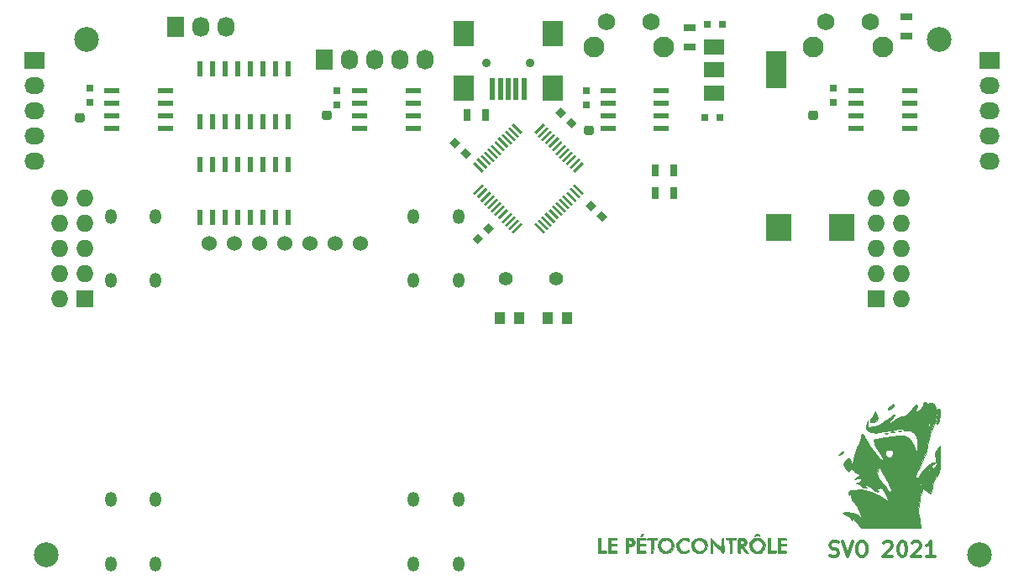
<source format=gts>
%TF.GenerationSoftware,KiCad,Pcbnew,(5.1.12)-1*%
%TF.CreationDate,2021-11-29T00:37:47+03:00*%
%TF.ProjectId,lepetocontrol,6c657065-746f-4636-9f6e-74726f6c2e6b,rev?*%
%TF.SameCoordinates,Original*%
%TF.FileFunction,Soldermask,Top*%
%TF.FilePolarity,Negative*%
%FSLAX46Y46*%
G04 Gerber Fmt 4.6, Leading zero omitted, Abs format (unit mm)*
G04 Created by KiCad (PCBNEW (5.1.12)-1) date 2021-11-29 00:37:47*
%MOMM*%
%LPD*%
G01*
G04 APERTURE LIST*
%ADD10C,0.300000*%
%ADD11C,0.010000*%
%ADD12O,1.727200X2.032000*%
%ADD13R,1.727200X2.032000*%
%ADD14R,0.600000X1.500000*%
%ADD15C,1.422400*%
%ADD16O,1.727200X1.727200*%
%ADD17R,1.727200X1.727200*%
%ADD18R,0.750000X0.800000*%
%ADD19C,0.100000*%
%ADD20R,0.800000X0.750000*%
%ADD21R,1.000000X1.250000*%
%ADD22R,1.300000X0.700000*%
%ADD23R,0.700000X1.300000*%
%ADD24C,0.899160*%
%ADD25R,1.998980X2.499360*%
%ADD26R,0.500380X2.301240*%
%ADD27O,1.200000X1.500000*%
%ADD28R,2.550000X2.700000*%
%ADD29C,1.524000*%
%ADD30C,2.500000*%
%ADD31R,2.000000X1.500000*%
%ADD32R,2.000000X3.800000*%
%ADD33C,2.100000*%
%ADD34C,1.750000*%
%ADD35O,2.032000X1.727200*%
%ADD36R,2.032000X1.727200*%
%ADD37R,1.550000X0.600000*%
G04 APERTURE END LIST*
D10*
X256969285Y-135100142D02*
X257183571Y-135171571D01*
X257540714Y-135171571D01*
X257683571Y-135100142D01*
X257755000Y-135028714D01*
X257826428Y-134885857D01*
X257826428Y-134743000D01*
X257755000Y-134600142D01*
X257683571Y-134528714D01*
X257540714Y-134457285D01*
X257255000Y-134385857D01*
X257112142Y-134314428D01*
X257040714Y-134243000D01*
X256969285Y-134100142D01*
X256969285Y-133957285D01*
X257040714Y-133814428D01*
X257112142Y-133743000D01*
X257255000Y-133671571D01*
X257612142Y-133671571D01*
X257826428Y-133743000D01*
X258255000Y-133671571D02*
X258755000Y-135171571D01*
X259255000Y-133671571D01*
X260040714Y-133671571D02*
X260326428Y-133671571D01*
X260469285Y-133743000D01*
X260612142Y-133885857D01*
X260683571Y-134171571D01*
X260683571Y-134671571D01*
X260612142Y-134957285D01*
X260469285Y-135100142D01*
X260326428Y-135171571D01*
X260040714Y-135171571D01*
X259897857Y-135100142D01*
X259755000Y-134957285D01*
X259683571Y-134671571D01*
X259683571Y-134171571D01*
X259755000Y-133885857D01*
X259897857Y-133743000D01*
X260040714Y-133671571D01*
X262397857Y-133814428D02*
X262469285Y-133743000D01*
X262612142Y-133671571D01*
X262969285Y-133671571D01*
X263112142Y-133743000D01*
X263183571Y-133814428D01*
X263255000Y-133957285D01*
X263255000Y-134100142D01*
X263183571Y-134314428D01*
X262326428Y-135171571D01*
X263255000Y-135171571D01*
X264183571Y-133671571D02*
X264326428Y-133671571D01*
X264469285Y-133743000D01*
X264540714Y-133814428D01*
X264612142Y-133957285D01*
X264683571Y-134243000D01*
X264683571Y-134600142D01*
X264612142Y-134885857D01*
X264540714Y-135028714D01*
X264469285Y-135100142D01*
X264326428Y-135171571D01*
X264183571Y-135171571D01*
X264040714Y-135100142D01*
X263969285Y-135028714D01*
X263897857Y-134885857D01*
X263826428Y-134600142D01*
X263826428Y-134243000D01*
X263897857Y-133957285D01*
X263969285Y-133814428D01*
X264040714Y-133743000D01*
X264183571Y-133671571D01*
X265255000Y-133814428D02*
X265326428Y-133743000D01*
X265469285Y-133671571D01*
X265826428Y-133671571D01*
X265969285Y-133743000D01*
X266040714Y-133814428D01*
X266112142Y-133957285D01*
X266112142Y-134100142D01*
X266040714Y-134314428D01*
X265183571Y-135171571D01*
X266112142Y-135171571D01*
X267540714Y-135171571D02*
X266683571Y-135171571D01*
X267112142Y-135171571D02*
X267112142Y-133671571D01*
X266969285Y-133885857D01*
X266826428Y-134028714D01*
X266683571Y-134100142D01*
D11*
G36*
X233864031Y-134602371D02*
G01*
X234140118Y-134602371D01*
X234298239Y-134605629D01*
X234380571Y-134622846D01*
X234411682Y-134665191D01*
X234416205Y-134727865D01*
X234411926Y-134790105D01*
X234385432Y-134827373D01*
X234316240Y-134846070D01*
X234183866Y-134852598D01*
X234014624Y-134853359D01*
X233613043Y-134853359D01*
X233613043Y-133297233D01*
X233864031Y-133297233D01*
X233864031Y-134602371D01*
G37*
X233864031Y-134602371D02*
X234140118Y-134602371D01*
X234298239Y-134605629D01*
X234380571Y-134622846D01*
X234411682Y-134665191D01*
X234416205Y-134727865D01*
X234411926Y-134790105D01*
X234385432Y-134827373D01*
X234316240Y-134846070D01*
X234183866Y-134852598D01*
X234014624Y-134853359D01*
X233613043Y-134853359D01*
X233613043Y-133297233D01*
X233864031Y-133297233D01*
X233864031Y-134602371D01*
G36*
X235251140Y-133299101D02*
G01*
X235377864Y-133307785D01*
X235443478Y-133327904D01*
X235467612Y-133364077D01*
X235470356Y-133397628D01*
X235459366Y-133453701D01*
X235411091Y-133484000D01*
X235302571Y-133496178D01*
X235169170Y-133498023D01*
X234867984Y-133498023D01*
X234867984Y-133899604D01*
X235169170Y-133899604D01*
X235337388Y-133903268D01*
X235428285Y-133919359D01*
X235464818Y-133955533D01*
X235470356Y-134000000D01*
X235459366Y-134056072D01*
X235411091Y-134086371D01*
X235302571Y-134098549D01*
X235169170Y-134100395D01*
X234867984Y-134100395D01*
X234867984Y-134602371D01*
X235169170Y-134602371D01*
X235336091Y-134605028D01*
X235426211Y-134619548D01*
X235463106Y-134655753D01*
X235470349Y-134723467D01*
X235470356Y-134727865D01*
X235466438Y-134788635D01*
X235441434Y-134825724D01*
X235375467Y-134844976D01*
X235248660Y-134852240D01*
X235043676Y-134853359D01*
X234616996Y-134853359D01*
X234616996Y-133297233D01*
X235043676Y-133297233D01*
X235251140Y-133299101D01*
G37*
X235251140Y-133299101D02*
X235377864Y-133307785D01*
X235443478Y-133327904D01*
X235467612Y-133364077D01*
X235470356Y-133397628D01*
X235459366Y-133453701D01*
X235411091Y-133484000D01*
X235302571Y-133496178D01*
X235169170Y-133498023D01*
X234867984Y-133498023D01*
X234867984Y-133899604D01*
X235169170Y-133899604D01*
X235337388Y-133903268D01*
X235428285Y-133919359D01*
X235464818Y-133955533D01*
X235470356Y-134000000D01*
X235459366Y-134056072D01*
X235411091Y-134086371D01*
X235302571Y-134098549D01*
X235169170Y-134100395D01*
X234867984Y-134100395D01*
X234867984Y-134602371D01*
X235169170Y-134602371D01*
X235336091Y-134605028D01*
X235426211Y-134619548D01*
X235463106Y-134655753D01*
X235470349Y-134723467D01*
X235470356Y-134727865D01*
X235466438Y-134788635D01*
X235441434Y-134825724D01*
X235375467Y-134844976D01*
X235248660Y-134852240D01*
X235043676Y-134853359D01*
X234616996Y-134853359D01*
X234616996Y-133297233D01*
X235043676Y-133297233D01*
X235251140Y-133299101D01*
G36*
X236745845Y-133326733D02*
G01*
X236938565Y-133333865D01*
X237059674Y-133354367D01*
X237137799Y-133395963D01*
X237185074Y-133445239D01*
X237252626Y-133585338D01*
X237277470Y-133750929D01*
X237234585Y-133939789D01*
X237113027Y-134073530D01*
X236923445Y-134142871D01*
X236818922Y-134150592D01*
X236624901Y-134150592D01*
X236624901Y-134501976D01*
X236622260Y-134686502D01*
X236610174Y-134792205D01*
X236582398Y-134840605D01*
X236532686Y-134853223D01*
X236522930Y-134853359D01*
X236428284Y-134825180D01*
X236395954Y-134788195D01*
X236387830Y-134716368D01*
X236382864Y-134564467D01*
X236381345Y-134352771D01*
X236383565Y-134101561D01*
X236384980Y-134022681D01*
X236390295Y-133757378D01*
X236624901Y-133757378D01*
X236631902Y-133882799D01*
X236666810Y-133937033D01*
X236750486Y-133949043D01*
X236762944Y-133949033D01*
X236890747Y-133933696D01*
X236967755Y-133905938D01*
X237012179Y-133827954D01*
X237017952Y-133720251D01*
X236985116Y-133612923D01*
X236898204Y-133558538D01*
X236839923Y-133544141D01*
X236714024Y-133526733D01*
X236650096Y-133554679D01*
X236627388Y-133648557D01*
X236624901Y-133757378D01*
X236390295Y-133757378D01*
X236399012Y-133322332D01*
X236745845Y-133326733D01*
G37*
X236745845Y-133326733D02*
X236938565Y-133333865D01*
X237059674Y-133354367D01*
X237137799Y-133395963D01*
X237185074Y-133445239D01*
X237252626Y-133585338D01*
X237277470Y-133750929D01*
X237234585Y-133939789D01*
X237113027Y-134073530D01*
X236923445Y-134142871D01*
X236818922Y-134150592D01*
X236624901Y-134150592D01*
X236624901Y-134501976D01*
X236622260Y-134686502D01*
X236610174Y-134792205D01*
X236582398Y-134840605D01*
X236532686Y-134853223D01*
X236522930Y-134853359D01*
X236428284Y-134825180D01*
X236395954Y-134788195D01*
X236387830Y-134716368D01*
X236382864Y-134564467D01*
X236381345Y-134352771D01*
X236383565Y-134101561D01*
X236384980Y-134022681D01*
X236390295Y-133757378D01*
X236624901Y-133757378D01*
X236631902Y-133882799D01*
X236666810Y-133937033D01*
X236750486Y-133949043D01*
X236762944Y-133949033D01*
X236890747Y-133933696D01*
X236967755Y-133905938D01*
X237012179Y-133827954D01*
X237017952Y-133720251D01*
X236985116Y-133612923D01*
X236898204Y-133558538D01*
X236839923Y-133544141D01*
X236714024Y-133526733D01*
X236650096Y-133554679D01*
X236627388Y-133648557D01*
X236624901Y-133757378D01*
X236390295Y-133757378D01*
X236399012Y-133322332D01*
X236745845Y-133326733D01*
G36*
X238162602Y-133299101D02*
G01*
X238289326Y-133307785D01*
X238354940Y-133327904D01*
X238379074Y-133364077D01*
X238381818Y-133397628D01*
X238370828Y-133453701D01*
X238322553Y-133484000D01*
X238214033Y-133496178D01*
X238080632Y-133498023D01*
X237779446Y-133498023D01*
X237779446Y-133899604D01*
X238080632Y-133899604D01*
X238248851Y-133903268D01*
X238339747Y-133919359D01*
X238376281Y-133955533D01*
X238381818Y-134000000D01*
X238370828Y-134056072D01*
X238322553Y-134086371D01*
X238214033Y-134098549D01*
X238080632Y-134100395D01*
X237779446Y-134100395D01*
X237779446Y-134602371D01*
X238080632Y-134602371D01*
X238247553Y-134605028D01*
X238337674Y-134619548D01*
X238374569Y-134655753D01*
X238381811Y-134723467D01*
X238381818Y-134727865D01*
X238377900Y-134788635D01*
X238352897Y-134825724D01*
X238286930Y-134844976D01*
X238160123Y-134852240D01*
X237955138Y-134853359D01*
X237528458Y-134853359D01*
X237528458Y-133297233D01*
X237955138Y-133297233D01*
X238162602Y-133299101D01*
G37*
X238162602Y-133299101D02*
X238289326Y-133307785D01*
X238354940Y-133327904D01*
X238379074Y-133364077D01*
X238381818Y-133397628D01*
X238370828Y-133453701D01*
X238322553Y-133484000D01*
X238214033Y-133496178D01*
X238080632Y-133498023D01*
X237779446Y-133498023D01*
X237779446Y-133899604D01*
X238080632Y-133899604D01*
X238248851Y-133903268D01*
X238339747Y-133919359D01*
X238376281Y-133955533D01*
X238381818Y-134000000D01*
X238370828Y-134056072D01*
X238322553Y-134086371D01*
X238214033Y-134098549D01*
X238080632Y-134100395D01*
X237779446Y-134100395D01*
X237779446Y-134602371D01*
X238080632Y-134602371D01*
X238247553Y-134605028D01*
X238337674Y-134619548D01*
X238374569Y-134655753D01*
X238381811Y-134723467D01*
X238381818Y-134727865D01*
X238377900Y-134788635D01*
X238352897Y-134825724D01*
X238286930Y-134844976D01*
X238160123Y-134852240D01*
X237955138Y-134853359D01*
X237528458Y-134853359D01*
X237528458Y-133297233D01*
X237955138Y-133297233D01*
X238162602Y-133299101D01*
G36*
X239403069Y-133304691D02*
G01*
X239487853Y-133316604D01*
X239526240Y-133341527D01*
X239536201Y-133382424D01*
X239536363Y-133392842D01*
X239514150Y-133462282D01*
X239430939Y-133497298D01*
X239348122Y-133507543D01*
X239159881Y-133523122D01*
X239145875Y-134188241D01*
X239139235Y-134457985D01*
X239130915Y-134643124D01*
X239118269Y-134759439D01*
X239098651Y-134822717D01*
X239069417Y-134848740D01*
X239034387Y-134853359D01*
X238994715Y-134846811D01*
X238966945Y-134816644D01*
X238948433Y-134747073D01*
X238936531Y-134622315D01*
X238928596Y-134426586D01*
X238922900Y-134188241D01*
X238908893Y-133523122D01*
X238692457Y-133507535D01*
X238554654Y-133489254D01*
X238496141Y-133453988D01*
X238492256Y-133407140D01*
X238513652Y-133367791D01*
X238571701Y-133341202D01*
X238684083Y-133324067D01*
X238868481Y-133313081D01*
X239022426Y-133308026D01*
X239253918Y-133302820D01*
X239403069Y-133304691D01*
G37*
X239403069Y-133304691D02*
X239487853Y-133316604D01*
X239526240Y-133341527D01*
X239536201Y-133382424D01*
X239536363Y-133392842D01*
X239514150Y-133462282D01*
X239430939Y-133497298D01*
X239348122Y-133507543D01*
X239159881Y-133523122D01*
X239145875Y-134188241D01*
X239139235Y-134457985D01*
X239130915Y-134643124D01*
X239118269Y-134759439D01*
X239098651Y-134822717D01*
X239069417Y-134848740D01*
X239034387Y-134853359D01*
X238994715Y-134846811D01*
X238966945Y-134816644D01*
X238948433Y-134747073D01*
X238936531Y-134622315D01*
X238928596Y-134426586D01*
X238922900Y-134188241D01*
X238908893Y-133523122D01*
X238692457Y-133507535D01*
X238554654Y-133489254D01*
X238496141Y-133453988D01*
X238492256Y-133407140D01*
X238513652Y-133367791D01*
X238571701Y-133341202D01*
X238684083Y-133324067D01*
X238868481Y-133313081D01*
X239022426Y-133308026D01*
X239253918Y-133302820D01*
X239403069Y-133304691D01*
G36*
X240697392Y-133328965D02*
G01*
X240821053Y-133392392D01*
X240841502Y-133405808D01*
X241020126Y-133573752D01*
X241151203Y-133791853D01*
X241219045Y-134026968D01*
X241217927Y-134201129D01*
X241132113Y-134436531D01*
X240972096Y-134644991D01*
X240787818Y-134779866D01*
X240575285Y-134843918D01*
X240331437Y-134849330D01*
X240100945Y-134798308D01*
X239985730Y-134740244D01*
X239787198Y-134552425D01*
X239667417Y-134323147D01*
X239638279Y-134143079D01*
X239882412Y-134143079D01*
X239950797Y-134354542D01*
X240086102Y-134526389D01*
X240214031Y-134607452D01*
X240399422Y-134637596D01*
X240602047Y-134591408D01*
X240786500Y-134478041D01*
X240813914Y-134452336D01*
X240917898Y-134325184D01*
X240961027Y-134190792D01*
X240966996Y-134075296D01*
X240927051Y-133858038D01*
X240820436Y-133692248D01*
X240666978Y-133580762D01*
X240486505Y-133526417D01*
X240298844Y-133532048D01*
X240123824Y-133600492D01*
X239981273Y-133734585D01*
X239894886Y-133921937D01*
X239882412Y-134143079D01*
X239638279Y-134143079D01*
X239626952Y-134073084D01*
X239666373Y-133822911D01*
X239786245Y-133593301D01*
X239949819Y-133431226D01*
X240129052Y-133349121D01*
X240376499Y-133308592D01*
X240563977Y-133304119D01*
X240697392Y-133328965D01*
G37*
X240697392Y-133328965D02*
X240821053Y-133392392D01*
X240841502Y-133405808D01*
X241020126Y-133573752D01*
X241151203Y-133791853D01*
X241219045Y-134026968D01*
X241217927Y-134201129D01*
X241132113Y-134436531D01*
X240972096Y-134644991D01*
X240787818Y-134779866D01*
X240575285Y-134843918D01*
X240331437Y-134849330D01*
X240100945Y-134798308D01*
X239985730Y-134740244D01*
X239787198Y-134552425D01*
X239667417Y-134323147D01*
X239638279Y-134143079D01*
X239882412Y-134143079D01*
X239950797Y-134354542D01*
X240086102Y-134526389D01*
X240214031Y-134607452D01*
X240399422Y-134637596D01*
X240602047Y-134591408D01*
X240786500Y-134478041D01*
X240813914Y-134452336D01*
X240917898Y-134325184D01*
X240961027Y-134190792D01*
X240966996Y-134075296D01*
X240927051Y-133858038D01*
X240820436Y-133692248D01*
X240666978Y-133580762D01*
X240486505Y-133526417D01*
X240298844Y-133532048D01*
X240123824Y-133600492D01*
X239981273Y-133734585D01*
X239894886Y-133921937D01*
X239882412Y-134143079D01*
X239638279Y-134143079D01*
X239626952Y-134073084D01*
X239666373Y-133822911D01*
X239786245Y-133593301D01*
X239949819Y-133431226D01*
X240129052Y-133349121D01*
X240376499Y-133308592D01*
X240563977Y-133304119D01*
X240697392Y-133328965D01*
G36*
X242590928Y-133352341D02*
G01*
X242708430Y-133415724D01*
X242748316Y-133508433D01*
X242749012Y-133528033D01*
X242738096Y-133618447D01*
X242691868Y-133639821D01*
X242590108Y-133596716D01*
X242548221Y-133573320D01*
X242336920Y-133504489D01*
X242123689Y-133522480D01*
X241933248Y-133617434D01*
X241790319Y-133779489D01*
X241740347Y-133895537D01*
X241713108Y-134137003D01*
X241776608Y-134351482D01*
X241924422Y-134522584D01*
X242007085Y-134575950D01*
X242159530Y-134633456D01*
X242323329Y-134636207D01*
X242525752Y-134582228D01*
X242661166Y-134528607D01*
X242732959Y-134525979D01*
X242758118Y-134581036D01*
X242740969Y-134664964D01*
X242685839Y-134748948D01*
X242621156Y-134795104D01*
X242424954Y-134844317D01*
X242188938Y-134847390D01*
X241961300Y-134806492D01*
X241845922Y-134760226D01*
X241696320Y-134640743D01*
X241566220Y-134468206D01*
X241554127Y-134446491D01*
X241465407Y-134191494D01*
X241465191Y-133946203D01*
X241541631Y-133723124D01*
X241682873Y-133534764D01*
X241877068Y-133393629D01*
X242112365Y-133312225D01*
X242376913Y-133303060D01*
X242590928Y-133352341D01*
G37*
X242590928Y-133352341D02*
X242708430Y-133415724D01*
X242748316Y-133508433D01*
X242749012Y-133528033D01*
X242738096Y-133618447D01*
X242691868Y-133639821D01*
X242590108Y-133596716D01*
X242548221Y-133573320D01*
X242336920Y-133504489D01*
X242123689Y-133522480D01*
X241933248Y-133617434D01*
X241790319Y-133779489D01*
X241740347Y-133895537D01*
X241713108Y-134137003D01*
X241776608Y-134351482D01*
X241924422Y-134522584D01*
X242007085Y-134575950D01*
X242159530Y-134633456D01*
X242323329Y-134636207D01*
X242525752Y-134582228D01*
X242661166Y-134528607D01*
X242732959Y-134525979D01*
X242758118Y-134581036D01*
X242740969Y-134664964D01*
X242685839Y-134748948D01*
X242621156Y-134795104D01*
X242424954Y-134844317D01*
X242188938Y-134847390D01*
X241961300Y-134806492D01*
X241845922Y-134760226D01*
X241696320Y-134640743D01*
X241566220Y-134468206D01*
X241554127Y-134446491D01*
X241465407Y-134191494D01*
X241465191Y-133946203D01*
X241541631Y-133723124D01*
X241682873Y-133534764D01*
X241877068Y-133393629D01*
X242112365Y-133312225D01*
X242376913Y-133303060D01*
X242590928Y-133352341D01*
G36*
X244147995Y-133376300D02*
G01*
X244205253Y-133410177D01*
X244411568Y-133583006D01*
X244531585Y-133771904D01*
X244579059Y-134001208D01*
X244581225Y-134075296D01*
X244551448Y-134320130D01*
X244452946Y-134517804D01*
X244271964Y-134692653D01*
X244205253Y-134740415D01*
X243992298Y-134830306D01*
X243743139Y-134851171D01*
X243495348Y-134802078D01*
X243400798Y-134760413D01*
X243196636Y-134602015D01*
X243063693Y-134395489D01*
X243001702Y-134161447D01*
X243004810Y-134075296D01*
X243250988Y-134075296D01*
X243292999Y-134306135D01*
X243406538Y-134485284D01*
X243572865Y-134601966D01*
X243773237Y-134645403D01*
X243988915Y-134604817D01*
X244086623Y-134555871D01*
X244242887Y-134409303D01*
X244324933Y-134222558D01*
X244335942Y-134019402D01*
X244279095Y-133823600D01*
X244157575Y-133658916D01*
X243974562Y-133549116D01*
X243950814Y-133541409D01*
X243722571Y-133518441D01*
X243521505Y-133582075D01*
X243365076Y-133718988D01*
X243270749Y-133915859D01*
X243250988Y-134075296D01*
X243004810Y-134075296D01*
X243010396Y-133920503D01*
X243089509Y-133693271D01*
X243238774Y-133500364D01*
X243418651Y-133379703D01*
X243664301Y-133307395D01*
X243919461Y-133306727D01*
X244147995Y-133376300D01*
G37*
X244147995Y-133376300D02*
X244205253Y-133410177D01*
X244411568Y-133583006D01*
X244531585Y-133771904D01*
X244579059Y-134001208D01*
X244581225Y-134075296D01*
X244551448Y-134320130D01*
X244452946Y-134517804D01*
X244271964Y-134692653D01*
X244205253Y-134740415D01*
X243992298Y-134830306D01*
X243743139Y-134851171D01*
X243495348Y-134802078D01*
X243400798Y-134760413D01*
X243196636Y-134602015D01*
X243063693Y-134395489D01*
X243001702Y-134161447D01*
X243004810Y-134075296D01*
X243250988Y-134075296D01*
X243292999Y-134306135D01*
X243406538Y-134485284D01*
X243572865Y-134601966D01*
X243773237Y-134645403D01*
X243988915Y-134604817D01*
X244086623Y-134555871D01*
X244242887Y-134409303D01*
X244324933Y-134222558D01*
X244335942Y-134019402D01*
X244279095Y-133823600D01*
X244157575Y-133658916D01*
X243974562Y-133549116D01*
X243950814Y-133541409D01*
X243722571Y-133518441D01*
X243521505Y-133582075D01*
X243365076Y-133718988D01*
X243270749Y-133915859D01*
X243250988Y-134075296D01*
X243004810Y-134075296D01*
X243010396Y-133920503D01*
X243089509Y-133693271D01*
X243238774Y-133500364D01*
X243418651Y-133379703D01*
X243664301Y-133307395D01*
X243919461Y-133306727D01*
X244147995Y-133376300D01*
G36*
X245434585Y-133782397D02*
G01*
X245623537Y-133961615D01*
X245783896Y-134118976D01*
X245902202Y-134240863D01*
X245964996Y-134313662D01*
X245971486Y-134325535D01*
X245977893Y-134300493D01*
X245987643Y-134193285D01*
X245999304Y-134022029D01*
X246009134Y-133849407D01*
X246023051Y-133613882D01*
X246037812Y-133461058D01*
X246057706Y-133373299D01*
X246087023Y-133332969D01*
X246130054Y-133322433D01*
X246137352Y-133322332D01*
X246175775Y-133327567D01*
X246203338Y-133353125D01*
X246222246Y-133413781D01*
X246234705Y-133524311D01*
X246242920Y-133699491D01*
X246249095Y-133954097D01*
X246251604Y-134087845D01*
X246254031Y-134352148D01*
X246251601Y-134576951D01*
X246244859Y-134745057D01*
X246234350Y-134839266D01*
X246227325Y-134853359D01*
X246180315Y-134819692D01*
X246075991Y-134726898D01*
X245927575Y-134587292D01*
X245748292Y-134413187D01*
X245648744Y-134314591D01*
X245108300Y-133775822D01*
X245108300Y-134314591D01*
X245107091Y-134552781D01*
X245101283Y-134708146D01*
X245087603Y-134798251D01*
X245062778Y-134840658D01*
X245023535Y-134852928D01*
X245007905Y-134853359D01*
X244969927Y-134848568D01*
X244942964Y-134824434D01*
X244925135Y-134766314D01*
X244914559Y-134659566D01*
X244909356Y-134489548D01*
X244907644Y-134241617D01*
X244907510Y-134071783D01*
X244907510Y-133290206D01*
X245434585Y-133782397D01*
G37*
X245434585Y-133782397D02*
X245623537Y-133961615D01*
X245783896Y-134118976D01*
X245902202Y-134240863D01*
X245964996Y-134313662D01*
X245971486Y-134325535D01*
X245977893Y-134300493D01*
X245987643Y-134193285D01*
X245999304Y-134022029D01*
X246009134Y-133849407D01*
X246023051Y-133613882D01*
X246037812Y-133461058D01*
X246057706Y-133373299D01*
X246087023Y-133332969D01*
X246130054Y-133322433D01*
X246137352Y-133322332D01*
X246175775Y-133327567D01*
X246203338Y-133353125D01*
X246222246Y-133413781D01*
X246234705Y-133524311D01*
X246242920Y-133699491D01*
X246249095Y-133954097D01*
X246251604Y-134087845D01*
X246254031Y-134352148D01*
X246251601Y-134576951D01*
X246244859Y-134745057D01*
X246234350Y-134839266D01*
X246227325Y-134853359D01*
X246180315Y-134819692D01*
X246075991Y-134726898D01*
X245927575Y-134587292D01*
X245748292Y-134413187D01*
X245648744Y-134314591D01*
X245108300Y-133775822D01*
X245108300Y-134314591D01*
X245107091Y-134552781D01*
X245101283Y-134708146D01*
X245087603Y-134798251D01*
X245062778Y-134840658D01*
X245023535Y-134852928D01*
X245007905Y-134853359D01*
X244969927Y-134848568D01*
X244942964Y-134824434D01*
X244925135Y-134766314D01*
X244914559Y-134659566D01*
X244909356Y-134489548D01*
X244907644Y-134241617D01*
X244907510Y-134071783D01*
X244907510Y-133290206D01*
X245434585Y-133782397D01*
G36*
X247194326Y-133298705D02*
G01*
X247340770Y-133305463D01*
X247423054Y-133321019D01*
X247459288Y-133348887D01*
X247467582Y-133392578D01*
X247467589Y-133394598D01*
X247444478Y-133463135D01*
X247358928Y-133497833D01*
X247279348Y-133507543D01*
X247091107Y-133523122D01*
X247077100Y-134188241D01*
X247070460Y-134457985D01*
X247062140Y-134643124D01*
X247049494Y-134759439D01*
X247029877Y-134822717D01*
X247000642Y-134848740D01*
X246965612Y-134853359D01*
X246925940Y-134846811D01*
X246898171Y-134816644D01*
X246879658Y-134747073D01*
X246867757Y-134622315D01*
X246859821Y-134426586D01*
X246854125Y-134188241D01*
X246840118Y-133523122D01*
X246651877Y-133507543D01*
X246523069Y-133484928D01*
X246469675Y-133436259D01*
X246463636Y-133394598D01*
X246471225Y-133350236D01*
X246506066Y-133321831D01*
X246586269Y-133305871D01*
X246729943Y-133298843D01*
X246955199Y-133297234D01*
X246965612Y-133297233D01*
X247194326Y-133298705D01*
G37*
X247194326Y-133298705D02*
X247340770Y-133305463D01*
X247423054Y-133321019D01*
X247459288Y-133348887D01*
X247467582Y-133392578D01*
X247467589Y-133394598D01*
X247444478Y-133463135D01*
X247358928Y-133497833D01*
X247279348Y-133507543D01*
X247091107Y-133523122D01*
X247077100Y-134188241D01*
X247070460Y-134457985D01*
X247062140Y-134643124D01*
X247049494Y-134759439D01*
X247029877Y-134822717D01*
X247000642Y-134848740D01*
X246965612Y-134853359D01*
X246925940Y-134846811D01*
X246898171Y-134816644D01*
X246879658Y-134747073D01*
X246867757Y-134622315D01*
X246859821Y-134426586D01*
X246854125Y-134188241D01*
X246840118Y-133523122D01*
X246651877Y-133507543D01*
X246523069Y-133484928D01*
X246469675Y-133436259D01*
X246463636Y-133394598D01*
X246471225Y-133350236D01*
X246506066Y-133321831D01*
X246586269Y-133305871D01*
X246729943Y-133298843D01*
X246955199Y-133297234D01*
X246965612Y-133297233D01*
X247194326Y-133298705D01*
G36*
X248007315Y-133327193D02*
G01*
X248229633Y-133343621D01*
X248372020Y-133387226D01*
X248416167Y-133418042D01*
X248513455Y-133563622D01*
X248542436Y-133738717D01*
X248506814Y-133911062D01*
X248410291Y-134048395D01*
X248338518Y-134094692D01*
X248210492Y-134153024D01*
X248341017Y-134327500D01*
X248462219Y-134489508D01*
X248587785Y-134657340D01*
X248602993Y-134677668D01*
X248734445Y-134853359D01*
X248603711Y-134853359D01*
X248523758Y-134835645D01*
X248436410Y-134772876D01*
X248325537Y-134650612D01*
X248208722Y-134499811D01*
X247944466Y-134146263D01*
X247929718Y-134499811D01*
X247918950Y-134685704D01*
X247901462Y-134792434D01*
X247870379Y-134841234D01*
X247818821Y-134853336D01*
X247815198Y-134853359D01*
X247721527Y-134824599D01*
X247690420Y-134788195D01*
X247682297Y-134716368D01*
X247677330Y-134564467D01*
X247675812Y-134352771D01*
X247678031Y-134101561D01*
X247679446Y-134022681D01*
X247684929Y-133749011D01*
X247919367Y-133749011D01*
X247925366Y-133877784D01*
X247957569Y-133935030D01*
X248037286Y-133949499D01*
X248068194Y-133949802D01*
X248212155Y-133913251D01*
X248270751Y-133849407D01*
X248297478Y-133715783D01*
X248240255Y-133608405D01*
X248115509Y-133551700D01*
X248068194Y-133548221D01*
X247972747Y-133556314D01*
X247930316Y-133599761D01*
X247919592Y-133707311D01*
X247919367Y-133749011D01*
X247684929Y-133749011D01*
X247693478Y-133322332D01*
X248007315Y-133327193D01*
G37*
X248007315Y-133327193D02*
X248229633Y-133343621D01*
X248372020Y-133387226D01*
X248416167Y-133418042D01*
X248513455Y-133563622D01*
X248542436Y-133738717D01*
X248506814Y-133911062D01*
X248410291Y-134048395D01*
X248338518Y-134094692D01*
X248210492Y-134153024D01*
X248341017Y-134327500D01*
X248462219Y-134489508D01*
X248587785Y-134657340D01*
X248602993Y-134677668D01*
X248734445Y-134853359D01*
X248603711Y-134853359D01*
X248523758Y-134835645D01*
X248436410Y-134772876D01*
X248325537Y-134650612D01*
X248208722Y-134499811D01*
X247944466Y-134146263D01*
X247929718Y-134499811D01*
X247918950Y-134685704D01*
X247901462Y-134792434D01*
X247870379Y-134841234D01*
X247818821Y-134853336D01*
X247815198Y-134853359D01*
X247721527Y-134824599D01*
X247690420Y-134788195D01*
X247682297Y-134716368D01*
X247677330Y-134564467D01*
X247675812Y-134352771D01*
X247678031Y-134101561D01*
X247679446Y-134022681D01*
X247684929Y-133749011D01*
X247919367Y-133749011D01*
X247925366Y-133877784D01*
X247957569Y-133935030D01*
X248037286Y-133949499D01*
X248068194Y-133949802D01*
X248212155Y-133913251D01*
X248270751Y-133849407D01*
X248297478Y-133715783D01*
X248240255Y-133608405D01*
X248115509Y-133551700D01*
X248068194Y-133548221D01*
X247972747Y-133556314D01*
X247930316Y-133599761D01*
X247919592Y-133707311D01*
X247919367Y-133749011D01*
X247684929Y-133749011D01*
X247693478Y-133322332D01*
X248007315Y-133327193D01*
G36*
X249871930Y-133337629D02*
G01*
X250017092Y-133397716D01*
X250215845Y-133559569D01*
X250358671Y-133776406D01*
X250426332Y-134016599D01*
X250429249Y-134075296D01*
X250387599Y-134296898D01*
X250277374Y-134519382D01*
X250120663Y-134700510D01*
X250089298Y-134725405D01*
X249919813Y-134802407D01*
X249698519Y-134839844D01*
X249466828Y-134835423D01*
X249266154Y-134786848D01*
X249235458Y-134772698D01*
X249034298Y-134618973D01*
X248900448Y-134411636D01*
X248835532Y-134173003D01*
X248836556Y-134128058D01*
X249082075Y-134128058D01*
X249145569Y-134343780D01*
X249287745Y-134514639D01*
X249319775Y-134537936D01*
X249520876Y-134634531D01*
X249714020Y-134638316D01*
X249878718Y-134576423D01*
X250035735Y-134444859D01*
X250143508Y-134256810D01*
X250178261Y-134075296D01*
X250132777Y-133864373D01*
X250011370Y-133682621D01*
X249836603Y-133552999D01*
X249631041Y-133498465D01*
X249610904Y-133498023D01*
X249444515Y-133540248D01*
X249278906Y-133648083D01*
X249150459Y-133793266D01*
X249105058Y-133890961D01*
X249082075Y-134128058D01*
X248836556Y-134128058D01*
X248841177Y-133925386D01*
X248919005Y-133691101D01*
X249070644Y-133492461D01*
X249138249Y-133437758D01*
X249358795Y-133336279D01*
X249616321Y-133302312D01*
X249871930Y-133337629D01*
G37*
X249871930Y-133337629D02*
X250017092Y-133397716D01*
X250215845Y-133559569D01*
X250358671Y-133776406D01*
X250426332Y-134016599D01*
X250429249Y-134075296D01*
X250387599Y-134296898D01*
X250277374Y-134519382D01*
X250120663Y-134700510D01*
X250089298Y-134725405D01*
X249919813Y-134802407D01*
X249698519Y-134839844D01*
X249466828Y-134835423D01*
X249266154Y-134786848D01*
X249235458Y-134772698D01*
X249034298Y-134618973D01*
X248900448Y-134411636D01*
X248835532Y-134173003D01*
X248836556Y-134128058D01*
X249082075Y-134128058D01*
X249145569Y-134343780D01*
X249287745Y-134514639D01*
X249319775Y-134537936D01*
X249520876Y-134634531D01*
X249714020Y-134638316D01*
X249878718Y-134576423D01*
X250035735Y-134444859D01*
X250143508Y-134256810D01*
X250178261Y-134075296D01*
X250132777Y-133864373D01*
X250011370Y-133682621D01*
X249836603Y-133552999D01*
X249631041Y-133498465D01*
X249610904Y-133498023D01*
X249444515Y-133540248D01*
X249278906Y-133648083D01*
X249150459Y-133793266D01*
X249105058Y-133890961D01*
X249082075Y-134128058D01*
X248836556Y-134128058D01*
X248841177Y-133925386D01*
X248919005Y-133691101D01*
X249070644Y-133492461D01*
X249138249Y-133437758D01*
X249358795Y-133336279D01*
X249616321Y-133302312D01*
X249871930Y-133337629D01*
G36*
X250843379Y-133306291D02*
G01*
X250889919Y-133317212D01*
X250922020Y-133345489D01*
X250942901Y-133407752D01*
X250955784Y-133520633D01*
X250963885Y-133700763D01*
X250970373Y-133962351D01*
X250984422Y-134602371D01*
X251262501Y-134602371D01*
X251420790Y-134605561D01*
X251501578Y-134621695D01*
X251527709Y-134660620D01*
X251524539Y-134715316D01*
X251508579Y-134772614D01*
X251466389Y-134807785D01*
X251376410Y-134827620D01*
X251217087Y-134838911D01*
X251119466Y-134842921D01*
X250730435Y-134857582D01*
X250730435Y-133290250D01*
X250843379Y-133306291D01*
G37*
X250843379Y-133306291D02*
X250889919Y-133317212D01*
X250922020Y-133345489D01*
X250942901Y-133407752D01*
X250955784Y-133520633D01*
X250963885Y-133700763D01*
X250970373Y-133962351D01*
X250984422Y-134602371D01*
X251262501Y-134602371D01*
X251420790Y-134605561D01*
X251501578Y-134621695D01*
X251527709Y-134660620D01*
X251524539Y-134715316D01*
X251508579Y-134772614D01*
X251466389Y-134807785D01*
X251376410Y-134827620D01*
X251217087Y-134838911D01*
X251119466Y-134842921D01*
X250730435Y-134857582D01*
X250730435Y-133290250D01*
X250843379Y-133306291D01*
G36*
X252147962Y-133307752D02*
G01*
X252356549Y-133318306D01*
X252484500Y-133335087D01*
X252551561Y-133362796D01*
X252577480Y-133406132D01*
X252578323Y-133410177D01*
X252574694Y-133459099D01*
X252526182Y-133485774D01*
X252411981Y-133496545D01*
X252290242Y-133498023D01*
X251985375Y-133498023D01*
X251985375Y-133899604D01*
X252286561Y-133899604D01*
X252454779Y-133903268D01*
X252545676Y-133919359D01*
X252582210Y-133955533D01*
X252587747Y-134000000D01*
X252576757Y-134056072D01*
X252528482Y-134086371D01*
X252419962Y-134098549D01*
X252286561Y-134100395D01*
X251985375Y-134100395D01*
X251985375Y-134597361D01*
X252274012Y-134612416D01*
X252438658Y-134625516D01*
X252526007Y-134648965D01*
X252559154Y-134692001D01*
X252562648Y-134727865D01*
X252553645Y-134777671D01*
X252513426Y-134809042D01*
X252422176Y-134827479D01*
X252260080Y-134838484D01*
X252148518Y-134842840D01*
X251734387Y-134857420D01*
X251734387Y-133293173D01*
X252147962Y-133307752D01*
G37*
X252147962Y-133307752D02*
X252356549Y-133318306D01*
X252484500Y-133335087D01*
X252551561Y-133362796D01*
X252577480Y-133406132D01*
X252578323Y-133410177D01*
X252574694Y-133459099D01*
X252526182Y-133485774D01*
X252411981Y-133496545D01*
X252290242Y-133498023D01*
X251985375Y-133498023D01*
X251985375Y-133899604D01*
X252286561Y-133899604D01*
X252454779Y-133903268D01*
X252545676Y-133919359D01*
X252582210Y-133955533D01*
X252587747Y-134000000D01*
X252576757Y-134056072D01*
X252528482Y-134086371D01*
X252419962Y-134098549D01*
X252286561Y-134100395D01*
X251985375Y-134100395D01*
X251985375Y-134597361D01*
X252274012Y-134612416D01*
X252438658Y-134625516D01*
X252526007Y-134648965D01*
X252559154Y-134692001D01*
X252562648Y-134727865D01*
X252553645Y-134777671D01*
X252513426Y-134809042D01*
X252422176Y-134827479D01*
X252260080Y-134838484D01*
X252148518Y-134842840D01*
X251734387Y-134857420D01*
X251734387Y-133293173D01*
X252147962Y-133307752D01*
G36*
X238160077Y-132900447D02*
G01*
X238160861Y-132929744D01*
X238094918Y-133005914D01*
X238080632Y-133021146D01*
X237981795Y-133106824D01*
X237900036Y-133146336D01*
X237895033Y-133146640D01*
X237858354Y-133128656D01*
X237884204Y-133061570D01*
X237909557Y-133021146D01*
X238001556Y-132930143D01*
X238095156Y-132895652D01*
X238160077Y-132900447D01*
G37*
X238160077Y-132900447D02*
X238160861Y-132929744D01*
X238094918Y-133005914D01*
X238080632Y-133021146D01*
X237981795Y-133106824D01*
X237900036Y-133146336D01*
X237895033Y-133146640D01*
X237858354Y-133128656D01*
X237884204Y-133061570D01*
X237909557Y-133021146D01*
X238001556Y-132930143D01*
X238095156Y-132895652D01*
X238160077Y-132900447D01*
G36*
X249782399Y-132956732D02*
G01*
X249818281Y-133000935D01*
X249863045Y-133100087D01*
X249835601Y-133131422D01*
X249740614Y-133091699D01*
X249712824Y-133074223D01*
X249619454Y-133022983D01*
X249562384Y-133033277D01*
X249526630Y-133070213D01*
X249439890Y-133134691D01*
X249391708Y-133146640D01*
X249352916Y-133130549D01*
X249378183Y-133069186D01*
X249410403Y-133022723D01*
X249528844Y-132923330D01*
X249663356Y-132900772D01*
X249782399Y-132956732D01*
G37*
X249782399Y-132956732D02*
X249818281Y-133000935D01*
X249863045Y-133100087D01*
X249835601Y-133131422D01*
X249740614Y-133091699D01*
X249712824Y-133074223D01*
X249619454Y-133022983D01*
X249562384Y-133033277D01*
X249526630Y-133070213D01*
X249439890Y-133134691D01*
X249391708Y-133146640D01*
X249352916Y-133130549D01*
X249378183Y-133069186D01*
X249410403Y-133022723D01*
X249528844Y-132923330D01*
X249663356Y-132900772D01*
X249782399Y-132956732D01*
G36*
X266674281Y-119714482D02*
G01*
X266701944Y-119792750D01*
X266733829Y-119877221D01*
X266811557Y-119781638D01*
X267008168Y-119665590D01*
X267222362Y-119654638D01*
X267450373Y-119750677D01*
X267574439Y-120002106D01*
X267604031Y-120142000D01*
X267658031Y-120388937D01*
X267694590Y-120449993D01*
X267699281Y-120427750D01*
X267818650Y-120288313D01*
X267915996Y-120268999D01*
X268036581Y-120319515D01*
X268082661Y-120508864D01*
X268070401Y-120872249D01*
X267998435Y-121400119D01*
X267874664Y-121699676D01*
X267692954Y-121793000D01*
X267638403Y-121722355D01*
X267712456Y-121606770D01*
X267814967Y-121372576D01*
X267806644Y-121257520D01*
X267728477Y-121243204D01*
X267614882Y-121433005D01*
X267597561Y-121475500D01*
X267444474Y-121842981D01*
X267253093Y-122272095D01*
X267210114Y-122364500D01*
X267044623Y-122816308D01*
X266916546Y-123338569D01*
X266889624Y-123507500D01*
X266779921Y-124079334D01*
X266600209Y-124723726D01*
X266377465Y-125364961D01*
X266138669Y-125927325D01*
X265910800Y-126335102D01*
X265856645Y-126406494D01*
X265642570Y-126739391D01*
X265563957Y-127029147D01*
X265628502Y-127216006D01*
X265747500Y-127254000D01*
X265916459Y-127182370D01*
X265938000Y-127121227D01*
X266019219Y-126944945D01*
X266215469Y-126702252D01*
X266223750Y-126693654D01*
X266400520Y-126492000D01*
X266827000Y-126492000D01*
X266923643Y-126615309D01*
X266954000Y-126619000D01*
X267077309Y-126522356D01*
X267081000Y-126492000D01*
X266984356Y-126368690D01*
X266954000Y-126365000D01*
X266830690Y-126461643D01*
X266827000Y-126492000D01*
X266400520Y-126492000D01*
X266469369Y-126413460D01*
X266637370Y-126180240D01*
X266801045Y-126013808D01*
X267056555Y-125851787D01*
X267325005Y-125730995D01*
X267527499Y-125688253D01*
X267589000Y-125736130D01*
X267486042Y-125843394D01*
X267398500Y-125857000D01*
X267243357Y-125962879D01*
X267208000Y-126111000D01*
X267265687Y-126327941D01*
X267407058Y-126329680D01*
X267584578Y-126118493D01*
X267599023Y-126092271D01*
X267679805Y-125814080D01*
X267631977Y-125451395D01*
X267594765Y-125318163D01*
X267511878Y-124966951D01*
X267537276Y-124748185D01*
X267637087Y-124604030D01*
X267837074Y-124315222D01*
X267955263Y-124076388D01*
X268012420Y-123991935D01*
X268051362Y-124090067D01*
X268074924Y-124392679D01*
X268085938Y-124921667D01*
X268087077Y-125095000D01*
X268083013Y-125736167D01*
X268052266Y-126194398D01*
X267977516Y-126540582D01*
X267841443Y-126845609D01*
X267626725Y-127180371D01*
X267551445Y-127287269D01*
X267378735Y-127634880D01*
X267261517Y-128055020D01*
X267254868Y-128097817D01*
X267182826Y-128554206D01*
X267106768Y-128786598D01*
X266994216Y-128823397D01*
X266812689Y-128693006D01*
X266697572Y-128585174D01*
X266454984Y-128373761D01*
X266298895Y-128276831D01*
X266277023Y-128279258D01*
X266232124Y-128420153D01*
X266151252Y-128748465D01*
X266049241Y-129202745D01*
X266011112Y-129380959D01*
X265898944Y-129980960D01*
X265857615Y-130430950D01*
X265882542Y-130823458D01*
X265927413Y-131069960D01*
X266008493Y-131508208D01*
X266057922Y-131891417D01*
X266065000Y-132022751D01*
X266065000Y-132334000D01*
X260122312Y-132334000D01*
X259728156Y-131885080D01*
X259491057Y-131586336D01*
X259345617Y-131348084D01*
X259325073Y-131281830D01*
X259279669Y-131254140D01*
X259207000Y-131381500D01*
X259123077Y-131540632D01*
X259091615Y-131468291D01*
X259088926Y-131421470D01*
X258968798Y-131231332D01*
X258673415Y-131060863D01*
X258642261Y-131049152D01*
X258377150Y-130918950D01*
X258271510Y-130795703D01*
X258277534Y-130772729D01*
X258451302Y-130704086D01*
X258779464Y-130711223D01*
X259179338Y-130778752D01*
X259568242Y-130891288D01*
X259863495Y-131033445D01*
X259920222Y-131078413D01*
X260188945Y-131330283D01*
X260047897Y-130879641D01*
X259933287Y-130587224D01*
X259828596Y-130435121D01*
X259810924Y-130429000D01*
X259727358Y-130324867D01*
X259715000Y-130225027D01*
X259622035Y-130008040D01*
X259398415Y-129772030D01*
X259397500Y-129771310D01*
X259149022Y-129470181D01*
X259071073Y-129054532D01*
X259055285Y-128776151D01*
X259014378Y-128727466D01*
X258953000Y-128841500D01*
X258868910Y-129015058D01*
X258840613Y-128947779D01*
X258834926Y-128815504D01*
X258882549Y-128612495D01*
X259085065Y-128495740D01*
X259282119Y-128449940D01*
X260168152Y-128411694D01*
X261089715Y-128617872D01*
X262030480Y-129064249D01*
X262290178Y-129228412D01*
X262769856Y-129548037D01*
X262684408Y-129194768D01*
X262563679Y-128857724D01*
X262389742Y-128545024D01*
X262205973Y-128316238D01*
X262055751Y-128230935D01*
X262005593Y-128262567D01*
X261829636Y-128343623D01*
X261673346Y-128320715D01*
X261512243Y-128272310D01*
X261547370Y-128327635D01*
X261683500Y-128439375D01*
X261837282Y-128590223D01*
X261781193Y-128643422D01*
X261747000Y-128645016D01*
X261557953Y-128607853D01*
X261367873Y-128523172D01*
X261257284Y-128436513D01*
X261302500Y-128393621D01*
X261290755Y-128341967D01*
X261123235Y-128225169D01*
X260874640Y-128084843D01*
X260619669Y-127962602D01*
X260433022Y-127900062D01*
X260413500Y-127898362D01*
X260400718Y-127958860D01*
X260533023Y-128083539D01*
X260701349Y-128222818D01*
X260657838Y-128266556D01*
X260507584Y-128270000D01*
X260242705Y-128195327D01*
X260134060Y-128093656D01*
X259933237Y-127916669D01*
X259778500Y-127853118D01*
X259605299Y-127798284D01*
X259663748Y-127746083D01*
X259801464Y-127699446D01*
X260049982Y-127557935D01*
X260145077Y-127436287D01*
X260133005Y-127324504D01*
X259940593Y-127312375D01*
X259804613Y-127332276D01*
X259397500Y-127401947D01*
X259679766Y-127169333D01*
X260519333Y-127169333D01*
X260536766Y-127244834D01*
X260604000Y-127254000D01*
X260708535Y-127207532D01*
X260688666Y-127169333D01*
X260537947Y-127154133D01*
X260519333Y-127169333D01*
X259679766Y-127169333D01*
X259715000Y-127140297D01*
X259884102Y-126965772D01*
X259885688Y-126878121D01*
X259867977Y-126875823D01*
X259712807Y-126808035D01*
X261735195Y-126808035D01*
X261871086Y-127288232D01*
X262244791Y-127766759D01*
X262541043Y-128091480D01*
X262758729Y-128387467D01*
X262824849Y-128518800D01*
X262953360Y-128743114D01*
X263080634Y-128740556D01*
X263142576Y-128516477D01*
X263142808Y-128492250D01*
X263078408Y-128234022D01*
X262912582Y-127855621D01*
X262903907Y-127839804D01*
X265981655Y-127839804D01*
X266001500Y-127889000D01*
X266115623Y-128010155D01*
X266135995Y-128016000D01*
X266190543Y-127917741D01*
X266192000Y-127889000D01*
X266094368Y-127766880D01*
X266057504Y-127762000D01*
X265981655Y-127839804D01*
X262903907Y-127839804D01*
X262730058Y-127522846D01*
X262472049Y-127086711D01*
X262237249Y-126677198D01*
X262116546Y-126457612D01*
X261973058Y-126221051D01*
X261884678Y-126194901D01*
X261830796Y-126294403D01*
X261735195Y-126808035D01*
X259712807Y-126808035D01*
X259672320Y-126790348D01*
X259416916Y-126586026D01*
X259393702Y-126563247D01*
X259177436Y-126367828D01*
X259054050Y-126346279D01*
X258956532Y-126467997D01*
X258851377Y-126593747D01*
X258732743Y-126545770D01*
X258576381Y-126365000D01*
X258357383Y-125990617D01*
X258369117Y-125676732D01*
X258579753Y-125405483D01*
X258782757Y-125253386D01*
X258904882Y-125281586D01*
X258958808Y-125354049D01*
X259064288Y-125605768D01*
X259078055Y-125698250D01*
X259144201Y-125846032D01*
X259181204Y-125857000D01*
X259251812Y-125742158D01*
X259339742Y-125441043D01*
X259425991Y-125018770D01*
X259426207Y-125017512D01*
X259563843Y-124440310D01*
X259743624Y-124019721D01*
X259833002Y-123898077D01*
X260038934Y-123534888D01*
X260096000Y-123213564D01*
X260134061Y-122900158D01*
X260237466Y-122829723D01*
X260390046Y-123004664D01*
X260467803Y-123158250D01*
X260666312Y-123529932D01*
X260952682Y-123988924D01*
X261278024Y-124464813D01*
X261593449Y-124887186D01*
X261850068Y-125185630D01*
X261920791Y-125250926D01*
X262182344Y-125422870D01*
X262362118Y-125474996D01*
X262410461Y-125406945D01*
X262310601Y-125253750D01*
X261998553Y-124849672D01*
X261858500Y-124624850D01*
X262532002Y-124624850D01*
X262580337Y-124937238D01*
X262801193Y-125152587D01*
X263069386Y-125196378D01*
X263267341Y-125099439D01*
X263333285Y-124842322D01*
X263334500Y-124777500D01*
X263302977Y-124507596D01*
X263154670Y-124408123D01*
X262955239Y-124396500D01*
X262645044Y-124457315D01*
X262532002Y-124624850D01*
X261858500Y-124624850D01*
X261706765Y-124381276D01*
X261489784Y-123942692D01*
X261411187Y-123701686D01*
X261384197Y-123553298D01*
X261396159Y-123444440D01*
X261483008Y-123362248D01*
X261680676Y-123293858D01*
X262025099Y-123226404D01*
X262552210Y-123147023D01*
X263221884Y-123053444D01*
X263778791Y-122980709D01*
X264151917Y-122951708D01*
X264408278Y-122969975D01*
X264614892Y-123039047D01*
X264794781Y-123136417D01*
X265128332Y-123420292D01*
X265356853Y-123851201D01*
X265402148Y-123983750D01*
X265530587Y-124329968D01*
X265646779Y-124548154D01*
X265694540Y-124587000D01*
X265761580Y-124474551D01*
X265790319Y-124189205D01*
X265782050Y-123808959D01*
X265738060Y-123411810D01*
X265670081Y-123107871D01*
X265441068Y-122746829D01*
X265068257Y-122508089D01*
X264646380Y-122445659D01*
X264541706Y-122464613D01*
X264369281Y-122473225D01*
X264357819Y-122416156D01*
X264522710Y-122330986D01*
X264822798Y-122284237D01*
X264834245Y-122283704D01*
X265039546Y-122261029D01*
X265022232Y-122226666D01*
X264985500Y-122218542D01*
X264769738Y-122222478D01*
X264359919Y-122267239D01*
X263811391Y-122345557D01*
X263179503Y-122450166D01*
X263061736Y-122471127D01*
X262359757Y-122592983D01*
X261857093Y-122666292D01*
X261504393Y-122694278D01*
X261252306Y-122680162D01*
X261051479Y-122627170D01*
X260997986Y-122605920D01*
X260711007Y-122431048D01*
X260610033Y-122185195D01*
X260609577Y-122174000D01*
X266848585Y-122174000D01*
X266854903Y-122384603D01*
X266899454Y-122357489D01*
X266954000Y-122237500D01*
X267034142Y-121920241D01*
X267059414Y-121602500D01*
X267052293Y-121350190D01*
X267023216Y-121338231D01*
X266954000Y-121539000D01*
X266871073Y-121921135D01*
X266848585Y-122174000D01*
X260609577Y-122174000D01*
X260605944Y-122084880D01*
X260650741Y-121750201D01*
X260732767Y-121539000D01*
X260803558Y-121480869D01*
X260797573Y-121649384D01*
X260774184Y-121782565D01*
X260733009Y-122065472D01*
X260779599Y-122155861D01*
X260933111Y-122110662D01*
X261240308Y-122037765D01*
X261552605Y-122022919D01*
X261987882Y-121926175D01*
X262251105Y-121746395D01*
X262557667Y-121484196D01*
X262939950Y-121181085D01*
X263069932Y-121083092D01*
X263354783Y-120881238D01*
X263472982Y-120830379D01*
X263455151Y-120921520D01*
X263426115Y-120978465D01*
X263225762Y-121265160D01*
X263088832Y-121405084D01*
X262958893Y-121586396D01*
X262963649Y-121682422D01*
X263092170Y-121677150D01*
X263339935Y-121535321D01*
X263499187Y-121414032D01*
X263831951Y-121183319D01*
X264130929Y-121046863D01*
X264224177Y-121031000D01*
X264623619Y-120916188D01*
X264638676Y-120904000D01*
X267081000Y-120904000D01*
X267127467Y-121008535D01*
X267165666Y-120988666D01*
X267173448Y-120911495D01*
X267589000Y-120911495D01*
X267629812Y-121026887D01*
X267723464Y-120926221D01*
X267764457Y-120833903D01*
X267773333Y-120702804D01*
X267714545Y-120714399D01*
X267593513Y-120877000D01*
X267589000Y-120911495D01*
X267173448Y-120911495D01*
X267180866Y-120837947D01*
X267165666Y-120819333D01*
X267090165Y-120836766D01*
X267081000Y-120904000D01*
X264638676Y-120904000D01*
X265003270Y-120608897D01*
X265243486Y-120261290D01*
X265427891Y-120004539D01*
X265613186Y-119888560D01*
X265623761Y-119888000D01*
X265791746Y-119965564D01*
X265771853Y-120126600D01*
X265684000Y-120205500D01*
X265563532Y-120362904D01*
X265618702Y-120496629D01*
X265715750Y-120518774D01*
X265970701Y-120426955D01*
X266212930Y-120219543D01*
X266362727Y-119979865D01*
X266369206Y-119835654D01*
X266380336Y-119665318D01*
X266495912Y-119634000D01*
X266674281Y-119714482D01*
G37*
X266674281Y-119714482D02*
X266701944Y-119792750D01*
X266733829Y-119877221D01*
X266811557Y-119781638D01*
X267008168Y-119665590D01*
X267222362Y-119654638D01*
X267450373Y-119750677D01*
X267574439Y-120002106D01*
X267604031Y-120142000D01*
X267658031Y-120388937D01*
X267694590Y-120449993D01*
X267699281Y-120427750D01*
X267818650Y-120288313D01*
X267915996Y-120268999D01*
X268036581Y-120319515D01*
X268082661Y-120508864D01*
X268070401Y-120872249D01*
X267998435Y-121400119D01*
X267874664Y-121699676D01*
X267692954Y-121793000D01*
X267638403Y-121722355D01*
X267712456Y-121606770D01*
X267814967Y-121372576D01*
X267806644Y-121257520D01*
X267728477Y-121243204D01*
X267614882Y-121433005D01*
X267597561Y-121475500D01*
X267444474Y-121842981D01*
X267253093Y-122272095D01*
X267210114Y-122364500D01*
X267044623Y-122816308D01*
X266916546Y-123338569D01*
X266889624Y-123507500D01*
X266779921Y-124079334D01*
X266600209Y-124723726D01*
X266377465Y-125364961D01*
X266138669Y-125927325D01*
X265910800Y-126335102D01*
X265856645Y-126406494D01*
X265642570Y-126739391D01*
X265563957Y-127029147D01*
X265628502Y-127216006D01*
X265747500Y-127254000D01*
X265916459Y-127182370D01*
X265938000Y-127121227D01*
X266019219Y-126944945D01*
X266215469Y-126702252D01*
X266223750Y-126693654D01*
X266400520Y-126492000D01*
X266827000Y-126492000D01*
X266923643Y-126615309D01*
X266954000Y-126619000D01*
X267077309Y-126522356D01*
X267081000Y-126492000D01*
X266984356Y-126368690D01*
X266954000Y-126365000D01*
X266830690Y-126461643D01*
X266827000Y-126492000D01*
X266400520Y-126492000D01*
X266469369Y-126413460D01*
X266637370Y-126180240D01*
X266801045Y-126013808D01*
X267056555Y-125851787D01*
X267325005Y-125730995D01*
X267527499Y-125688253D01*
X267589000Y-125736130D01*
X267486042Y-125843394D01*
X267398500Y-125857000D01*
X267243357Y-125962879D01*
X267208000Y-126111000D01*
X267265687Y-126327941D01*
X267407058Y-126329680D01*
X267584578Y-126118493D01*
X267599023Y-126092271D01*
X267679805Y-125814080D01*
X267631977Y-125451395D01*
X267594765Y-125318163D01*
X267511878Y-124966951D01*
X267537276Y-124748185D01*
X267637087Y-124604030D01*
X267837074Y-124315222D01*
X267955263Y-124076388D01*
X268012420Y-123991935D01*
X268051362Y-124090067D01*
X268074924Y-124392679D01*
X268085938Y-124921667D01*
X268087077Y-125095000D01*
X268083013Y-125736167D01*
X268052266Y-126194398D01*
X267977516Y-126540582D01*
X267841443Y-126845609D01*
X267626725Y-127180371D01*
X267551445Y-127287269D01*
X267378735Y-127634880D01*
X267261517Y-128055020D01*
X267254868Y-128097817D01*
X267182826Y-128554206D01*
X267106768Y-128786598D01*
X266994216Y-128823397D01*
X266812689Y-128693006D01*
X266697572Y-128585174D01*
X266454984Y-128373761D01*
X266298895Y-128276831D01*
X266277023Y-128279258D01*
X266232124Y-128420153D01*
X266151252Y-128748465D01*
X266049241Y-129202745D01*
X266011112Y-129380959D01*
X265898944Y-129980960D01*
X265857615Y-130430950D01*
X265882542Y-130823458D01*
X265927413Y-131069960D01*
X266008493Y-131508208D01*
X266057922Y-131891417D01*
X266065000Y-132022751D01*
X266065000Y-132334000D01*
X260122312Y-132334000D01*
X259728156Y-131885080D01*
X259491057Y-131586336D01*
X259345617Y-131348084D01*
X259325073Y-131281830D01*
X259279669Y-131254140D01*
X259207000Y-131381500D01*
X259123077Y-131540632D01*
X259091615Y-131468291D01*
X259088926Y-131421470D01*
X258968798Y-131231332D01*
X258673415Y-131060863D01*
X258642261Y-131049152D01*
X258377150Y-130918950D01*
X258271510Y-130795703D01*
X258277534Y-130772729D01*
X258451302Y-130704086D01*
X258779464Y-130711223D01*
X259179338Y-130778752D01*
X259568242Y-130891288D01*
X259863495Y-131033445D01*
X259920222Y-131078413D01*
X260188945Y-131330283D01*
X260047897Y-130879641D01*
X259933287Y-130587224D01*
X259828596Y-130435121D01*
X259810924Y-130429000D01*
X259727358Y-130324867D01*
X259715000Y-130225027D01*
X259622035Y-130008040D01*
X259398415Y-129772030D01*
X259397500Y-129771310D01*
X259149022Y-129470181D01*
X259071073Y-129054532D01*
X259055285Y-128776151D01*
X259014378Y-128727466D01*
X258953000Y-128841500D01*
X258868910Y-129015058D01*
X258840613Y-128947779D01*
X258834926Y-128815504D01*
X258882549Y-128612495D01*
X259085065Y-128495740D01*
X259282119Y-128449940D01*
X260168152Y-128411694D01*
X261089715Y-128617872D01*
X262030480Y-129064249D01*
X262290178Y-129228412D01*
X262769856Y-129548037D01*
X262684408Y-129194768D01*
X262563679Y-128857724D01*
X262389742Y-128545024D01*
X262205973Y-128316238D01*
X262055751Y-128230935D01*
X262005593Y-128262567D01*
X261829636Y-128343623D01*
X261673346Y-128320715D01*
X261512243Y-128272310D01*
X261547370Y-128327635D01*
X261683500Y-128439375D01*
X261837282Y-128590223D01*
X261781193Y-128643422D01*
X261747000Y-128645016D01*
X261557953Y-128607853D01*
X261367873Y-128523172D01*
X261257284Y-128436513D01*
X261302500Y-128393621D01*
X261290755Y-128341967D01*
X261123235Y-128225169D01*
X260874640Y-128084843D01*
X260619669Y-127962602D01*
X260433022Y-127900062D01*
X260413500Y-127898362D01*
X260400718Y-127958860D01*
X260533023Y-128083539D01*
X260701349Y-128222818D01*
X260657838Y-128266556D01*
X260507584Y-128270000D01*
X260242705Y-128195327D01*
X260134060Y-128093656D01*
X259933237Y-127916669D01*
X259778500Y-127853118D01*
X259605299Y-127798284D01*
X259663748Y-127746083D01*
X259801464Y-127699446D01*
X260049982Y-127557935D01*
X260145077Y-127436287D01*
X260133005Y-127324504D01*
X259940593Y-127312375D01*
X259804613Y-127332276D01*
X259397500Y-127401947D01*
X259679766Y-127169333D01*
X260519333Y-127169333D01*
X260536766Y-127244834D01*
X260604000Y-127254000D01*
X260708535Y-127207532D01*
X260688666Y-127169333D01*
X260537947Y-127154133D01*
X260519333Y-127169333D01*
X259679766Y-127169333D01*
X259715000Y-127140297D01*
X259884102Y-126965772D01*
X259885688Y-126878121D01*
X259867977Y-126875823D01*
X259712807Y-126808035D01*
X261735195Y-126808035D01*
X261871086Y-127288232D01*
X262244791Y-127766759D01*
X262541043Y-128091480D01*
X262758729Y-128387467D01*
X262824849Y-128518800D01*
X262953360Y-128743114D01*
X263080634Y-128740556D01*
X263142576Y-128516477D01*
X263142808Y-128492250D01*
X263078408Y-128234022D01*
X262912582Y-127855621D01*
X262903907Y-127839804D01*
X265981655Y-127839804D01*
X266001500Y-127889000D01*
X266115623Y-128010155D01*
X266135995Y-128016000D01*
X266190543Y-127917741D01*
X266192000Y-127889000D01*
X266094368Y-127766880D01*
X266057504Y-127762000D01*
X265981655Y-127839804D01*
X262903907Y-127839804D01*
X262730058Y-127522846D01*
X262472049Y-127086711D01*
X262237249Y-126677198D01*
X262116546Y-126457612D01*
X261973058Y-126221051D01*
X261884678Y-126194901D01*
X261830796Y-126294403D01*
X261735195Y-126808035D01*
X259712807Y-126808035D01*
X259672320Y-126790348D01*
X259416916Y-126586026D01*
X259393702Y-126563247D01*
X259177436Y-126367828D01*
X259054050Y-126346279D01*
X258956532Y-126467997D01*
X258851377Y-126593747D01*
X258732743Y-126545770D01*
X258576381Y-126365000D01*
X258357383Y-125990617D01*
X258369117Y-125676732D01*
X258579753Y-125405483D01*
X258782757Y-125253386D01*
X258904882Y-125281586D01*
X258958808Y-125354049D01*
X259064288Y-125605768D01*
X259078055Y-125698250D01*
X259144201Y-125846032D01*
X259181204Y-125857000D01*
X259251812Y-125742158D01*
X259339742Y-125441043D01*
X259425991Y-125018770D01*
X259426207Y-125017512D01*
X259563843Y-124440310D01*
X259743624Y-124019721D01*
X259833002Y-123898077D01*
X260038934Y-123534888D01*
X260096000Y-123213564D01*
X260134061Y-122900158D01*
X260237466Y-122829723D01*
X260390046Y-123004664D01*
X260467803Y-123158250D01*
X260666312Y-123529932D01*
X260952682Y-123988924D01*
X261278024Y-124464813D01*
X261593449Y-124887186D01*
X261850068Y-125185630D01*
X261920791Y-125250926D01*
X262182344Y-125422870D01*
X262362118Y-125474996D01*
X262410461Y-125406945D01*
X262310601Y-125253750D01*
X261998553Y-124849672D01*
X261858500Y-124624850D01*
X262532002Y-124624850D01*
X262580337Y-124937238D01*
X262801193Y-125152587D01*
X263069386Y-125196378D01*
X263267341Y-125099439D01*
X263333285Y-124842322D01*
X263334500Y-124777500D01*
X263302977Y-124507596D01*
X263154670Y-124408123D01*
X262955239Y-124396500D01*
X262645044Y-124457315D01*
X262532002Y-124624850D01*
X261858500Y-124624850D01*
X261706765Y-124381276D01*
X261489784Y-123942692D01*
X261411187Y-123701686D01*
X261384197Y-123553298D01*
X261396159Y-123444440D01*
X261483008Y-123362248D01*
X261680676Y-123293858D01*
X262025099Y-123226404D01*
X262552210Y-123147023D01*
X263221884Y-123053444D01*
X263778791Y-122980709D01*
X264151917Y-122951708D01*
X264408278Y-122969975D01*
X264614892Y-123039047D01*
X264794781Y-123136417D01*
X265128332Y-123420292D01*
X265356853Y-123851201D01*
X265402148Y-123983750D01*
X265530587Y-124329968D01*
X265646779Y-124548154D01*
X265694540Y-124587000D01*
X265761580Y-124474551D01*
X265790319Y-124189205D01*
X265782050Y-123808959D01*
X265738060Y-123411810D01*
X265670081Y-123107871D01*
X265441068Y-122746829D01*
X265068257Y-122508089D01*
X264646380Y-122445659D01*
X264541706Y-122464613D01*
X264369281Y-122473225D01*
X264357819Y-122416156D01*
X264522710Y-122330986D01*
X264822798Y-122284237D01*
X264834245Y-122283704D01*
X265039546Y-122261029D01*
X265022232Y-122226666D01*
X264985500Y-122218542D01*
X264769738Y-122222478D01*
X264359919Y-122267239D01*
X263811391Y-122345557D01*
X263179503Y-122450166D01*
X263061736Y-122471127D01*
X262359757Y-122592983D01*
X261857093Y-122666292D01*
X261504393Y-122694278D01*
X261252306Y-122680162D01*
X261051479Y-122627170D01*
X260997986Y-122605920D01*
X260711007Y-122431048D01*
X260610033Y-122185195D01*
X260609577Y-122174000D01*
X266848585Y-122174000D01*
X266854903Y-122384603D01*
X266899454Y-122357489D01*
X266954000Y-122237500D01*
X267034142Y-121920241D01*
X267059414Y-121602500D01*
X267052293Y-121350190D01*
X267023216Y-121338231D01*
X266954000Y-121539000D01*
X266871073Y-121921135D01*
X266848585Y-122174000D01*
X260609577Y-122174000D01*
X260605944Y-122084880D01*
X260650741Y-121750201D01*
X260732767Y-121539000D01*
X260803558Y-121480869D01*
X260797573Y-121649384D01*
X260774184Y-121782565D01*
X260733009Y-122065472D01*
X260779599Y-122155861D01*
X260933111Y-122110662D01*
X261240308Y-122037765D01*
X261552605Y-122022919D01*
X261987882Y-121926175D01*
X262251105Y-121746395D01*
X262557667Y-121484196D01*
X262939950Y-121181085D01*
X263069932Y-121083092D01*
X263354783Y-120881238D01*
X263472982Y-120830379D01*
X263455151Y-120921520D01*
X263426115Y-120978465D01*
X263225762Y-121265160D01*
X263088832Y-121405084D01*
X262958893Y-121586396D01*
X262963649Y-121682422D01*
X263092170Y-121677150D01*
X263339935Y-121535321D01*
X263499187Y-121414032D01*
X263831951Y-121183319D01*
X264130929Y-121046863D01*
X264224177Y-121031000D01*
X264623619Y-120916188D01*
X264638676Y-120904000D01*
X267081000Y-120904000D01*
X267127467Y-121008535D01*
X267165666Y-120988666D01*
X267173448Y-120911495D01*
X267589000Y-120911495D01*
X267629812Y-121026887D01*
X267723464Y-120926221D01*
X267764457Y-120833903D01*
X267773333Y-120702804D01*
X267714545Y-120714399D01*
X267593513Y-120877000D01*
X267589000Y-120911495D01*
X267173448Y-120911495D01*
X267180866Y-120837947D01*
X267165666Y-120819333D01*
X267090165Y-120836766D01*
X267081000Y-120904000D01*
X264638676Y-120904000D01*
X265003270Y-120608897D01*
X265243486Y-120261290D01*
X265427891Y-120004539D01*
X265613186Y-119888560D01*
X265623761Y-119888000D01*
X265791746Y-119965564D01*
X265771853Y-120126600D01*
X265684000Y-120205500D01*
X265563532Y-120362904D01*
X265618702Y-120496629D01*
X265715750Y-120518774D01*
X265970701Y-120426955D01*
X266212930Y-120219543D01*
X266362727Y-119979865D01*
X266369206Y-119835654D01*
X266380336Y-119665318D01*
X266495912Y-119634000D01*
X266674281Y-119714482D01*
G36*
X258328228Y-124686020D02*
G01*
X258144925Y-124806925D01*
X258110154Y-124823081D01*
X257872553Y-124923064D01*
X257835283Y-124904935D01*
X257956276Y-124771788D01*
X258178437Y-124623692D01*
X258319931Y-124608810D01*
X258328228Y-124686020D01*
G37*
X258328228Y-124686020D02*
X258144925Y-124806925D01*
X258110154Y-124823081D01*
X257872553Y-124923064D01*
X257835283Y-124904935D01*
X257956276Y-124771788D01*
X258178437Y-124623692D01*
X258319931Y-124608810D01*
X258328228Y-124686020D01*
G36*
X262794750Y-122724890D02*
G01*
X262810704Y-122771244D01*
X262636000Y-122788947D01*
X262455706Y-122768989D01*
X262477250Y-122724890D01*
X262737263Y-122708116D01*
X262794750Y-122724890D01*
G37*
X262794750Y-122724890D02*
X262810704Y-122771244D01*
X262636000Y-122788947D01*
X262455706Y-122768989D01*
X262477250Y-122724890D01*
X262737263Y-122708116D01*
X262794750Y-122724890D01*
G36*
X263429750Y-122597890D02*
G01*
X263445704Y-122644244D01*
X263271000Y-122661947D01*
X263090706Y-122641989D01*
X263112250Y-122597890D01*
X263372263Y-122581116D01*
X263429750Y-122597890D01*
G37*
X263429750Y-122597890D02*
X263445704Y-122644244D01*
X263271000Y-122661947D01*
X263090706Y-122641989D01*
X263112250Y-122597890D01*
X263372263Y-122581116D01*
X263429750Y-122597890D01*
G36*
X264125604Y-122478270D02*
G01*
X264087727Y-122535993D01*
X263958916Y-122544973D01*
X263823403Y-122513957D01*
X263882187Y-122468244D01*
X264080673Y-122453104D01*
X264125604Y-122478270D01*
G37*
X264125604Y-122478270D02*
X264087727Y-122535993D01*
X263958916Y-122544973D01*
X263823403Y-122513957D01*
X263882187Y-122468244D01*
X264080673Y-122453104D01*
X264125604Y-122478270D01*
G36*
X261711410Y-120912704D02*
G01*
X261788343Y-121215405D01*
X261717926Y-121416788D01*
X261663934Y-121476923D01*
X261450466Y-121607715D01*
X261202945Y-121665367D01*
X261022693Y-121635796D01*
X260988963Y-121570750D01*
X261052730Y-121412485D01*
X261208107Y-121128554D01*
X261281368Y-121006531D01*
X261569810Y-120537562D01*
X261711410Y-120912704D01*
G37*
X261711410Y-120912704D02*
X261788343Y-121215405D01*
X261717926Y-121416788D01*
X261663934Y-121476923D01*
X261450466Y-121607715D01*
X261202945Y-121665367D01*
X261022693Y-121635796D01*
X260988963Y-121570750D01*
X261052730Y-121412485D01*
X261208107Y-121128554D01*
X261281368Y-121006531D01*
X261569810Y-120537562D01*
X261711410Y-120912704D01*
G36*
X263414005Y-119833390D02*
G01*
X263361767Y-119997493D01*
X263199864Y-120173706D01*
X263080500Y-120245891D01*
X262850683Y-120337713D01*
X262763000Y-120349209D01*
X262842279Y-120217748D01*
X263021070Y-120013444D01*
X263210800Y-119830229D01*
X263317646Y-119761000D01*
X263414005Y-119833390D01*
G37*
X263414005Y-119833390D02*
X263361767Y-119997493D01*
X263199864Y-120173706D01*
X263080500Y-120245891D01*
X262850683Y-120337713D01*
X262763000Y-120349209D01*
X262842279Y-120217748D01*
X263021070Y-120013444D01*
X263210800Y-119830229D01*
X263317646Y-119761000D01*
X263414005Y-119833390D01*
D12*
X216154000Y-85090000D03*
X213614000Y-85090000D03*
X211074000Y-85090000D03*
X208534000Y-85090000D03*
D13*
X205994000Y-85090000D03*
D14*
X202311000Y-100998000D03*
X201041000Y-100998000D03*
X199771000Y-100998000D03*
X198501000Y-100998000D03*
X197231000Y-100998000D03*
X195961000Y-100998000D03*
X194691000Y-100998000D03*
X193421000Y-100998000D03*
X193421000Y-95598000D03*
X194691000Y-95598000D03*
X195961000Y-95598000D03*
X197231000Y-95598000D03*
X198501000Y-95598000D03*
X199771000Y-95598000D03*
X201041000Y-95598000D03*
X202311000Y-95598000D03*
G36*
G01*
X254770000Y-90878000D02*
X254770000Y-90478000D01*
G75*
G02*
X255070000Y-90178000I300000J0D01*
G01*
X255470000Y-90178000D01*
G75*
G02*
X255770000Y-90478000I0J-300000D01*
G01*
X255770000Y-90878000D01*
G75*
G02*
X255470000Y-91178000I-300000J0D01*
G01*
X255070000Y-91178000D01*
G75*
G02*
X254770000Y-90878000I0J300000D01*
G01*
G37*
D15*
X224282000Y-107188000D03*
X229362000Y-107188000D03*
G36*
G01*
X232164000Y-92402000D02*
X232164000Y-92002000D01*
G75*
G02*
X232464000Y-91702000I300000J0D01*
G01*
X232864000Y-91702000D01*
G75*
G02*
X233164000Y-92002000I0J-300000D01*
G01*
X233164000Y-92402000D01*
G75*
G02*
X232864000Y-92702000I-300000J0D01*
G01*
X232464000Y-92702000D01*
G75*
G02*
X232164000Y-92402000I0J300000D01*
G01*
G37*
G36*
G01*
X205748000Y-90878000D02*
X205748000Y-90478000D01*
G75*
G02*
X206048000Y-90178000I300000J0D01*
G01*
X206448000Y-90178000D01*
G75*
G02*
X206748000Y-90478000I0J-300000D01*
G01*
X206748000Y-90878000D01*
G75*
G02*
X206448000Y-91178000I-300000J0D01*
G01*
X206048000Y-91178000D01*
G75*
G02*
X205748000Y-90878000I0J300000D01*
G01*
G37*
G36*
G01*
X180856000Y-91132000D02*
X180856000Y-90732000D01*
G75*
G02*
X181156000Y-90432000I300000J0D01*
G01*
X181556000Y-90432000D01*
G75*
G02*
X181856000Y-90732000I0J-300000D01*
G01*
X181856000Y-91132000D01*
G75*
G02*
X181556000Y-91432000I-300000J0D01*
G01*
X181156000Y-91432000D01*
G75*
G02*
X180856000Y-91132000I0J300000D01*
G01*
G37*
D16*
X264160000Y-99060000D03*
X261620000Y-99060000D03*
X264160000Y-101600000D03*
X261620000Y-101600000D03*
X264160000Y-104140000D03*
X261620000Y-104140000D03*
X264160000Y-106680000D03*
X261620000Y-106680000D03*
X264160000Y-109220000D03*
D17*
X261620000Y-109220000D03*
D16*
X179324000Y-99060000D03*
X181864000Y-99060000D03*
X179324000Y-101600000D03*
X181864000Y-101600000D03*
X179324000Y-104140000D03*
X181864000Y-104140000D03*
X179324000Y-106680000D03*
X181864000Y-106680000D03*
X179324000Y-109220000D03*
D17*
X181864000Y-109220000D03*
D14*
X202311000Y-91346000D03*
X201041000Y-91346000D03*
X199771000Y-91346000D03*
X198501000Y-91346000D03*
X197231000Y-91346000D03*
X195961000Y-91346000D03*
X194691000Y-91346000D03*
X193421000Y-91346000D03*
X193421000Y-85946000D03*
X194691000Y-85946000D03*
X195961000Y-85946000D03*
X197231000Y-85946000D03*
X198501000Y-85946000D03*
X199771000Y-85946000D03*
X201041000Y-85946000D03*
X202311000Y-85946000D03*
D18*
X257302000Y-87896000D03*
X257302000Y-89396000D03*
D19*
G36*
X229277332Y-90383992D02*
G01*
X229807662Y-89853662D01*
X230373348Y-90419348D01*
X229843018Y-90949678D01*
X229277332Y-90383992D01*
G37*
G36*
X230337992Y-91444652D02*
G01*
X230868322Y-90914322D01*
X231434008Y-91480008D01*
X230903678Y-92010338D01*
X230337992Y-91444652D01*
G37*
G36*
X221447992Y-103694338D02*
G01*
X220917662Y-103164008D01*
X221483348Y-102598322D01*
X222013678Y-103128652D01*
X221447992Y-103694338D01*
G37*
G36*
X222508652Y-102633678D02*
G01*
X221978322Y-102103348D01*
X222544008Y-101537662D01*
X223074338Y-102067992D01*
X222508652Y-102633678D01*
G37*
D18*
X182372000Y-89396000D03*
X182372000Y-87896000D03*
D20*
X246114000Y-81534000D03*
X244614000Y-81534000D03*
X244360000Y-90932000D03*
X245860000Y-90932000D03*
D21*
X225663000Y-111125000D03*
X223663000Y-111125000D03*
X230489000Y-111125000D03*
X228489000Y-111125000D03*
D12*
X196088000Y-81788000D03*
X193548000Y-81788000D03*
D13*
X191008000Y-81788000D03*
D22*
X242824000Y-81854000D03*
X242824000Y-83754000D03*
D23*
X222250000Y-90678000D03*
X220350000Y-90678000D03*
D24*
X222336360Y-85432900D03*
X226735640Y-85432900D03*
D25*
X220085920Y-82433160D03*
X220085920Y-87932260D03*
X228986080Y-82433160D03*
X228986080Y-87932260D03*
D26*
X222935800Y-88031320D03*
X223735900Y-88031320D03*
X224536000Y-88031320D03*
X225336100Y-88031320D03*
X226136200Y-88031320D03*
D19*
G36*
X220788338Y-94528008D02*
G01*
X220258008Y-95058338D01*
X219692322Y-94492652D01*
X220222652Y-93962322D01*
X220788338Y-94528008D01*
G37*
G36*
X219727678Y-93467348D02*
G01*
X219197348Y-93997678D01*
X218631662Y-93431992D01*
X219161992Y-92901662D01*
X219727678Y-93467348D01*
G37*
G36*
X232347662Y-99781992D02*
G01*
X232877992Y-99251662D01*
X233443678Y-99817348D01*
X232913348Y-100347678D01*
X232347662Y-99781992D01*
G37*
G36*
X233408322Y-100842652D02*
G01*
X233938652Y-100312322D01*
X234504338Y-100878008D01*
X233974008Y-101408338D01*
X233408322Y-100842652D01*
G37*
D18*
X207264000Y-88150000D03*
X207264000Y-89650000D03*
D23*
X239334000Y-98552000D03*
X241234000Y-98552000D03*
D18*
X232410000Y-88150000D03*
X232410000Y-89650000D03*
D22*
X264668000Y-80771999D03*
X264668000Y-82671999D03*
D27*
X219500000Y-107350000D03*
X219500000Y-100850000D03*
X215000000Y-107350000D03*
X215000000Y-100850000D03*
X184500000Y-129400000D03*
X184500000Y-135900000D03*
X189000000Y-129400000D03*
X189000000Y-135900000D03*
X219500000Y-135900000D03*
X219500000Y-129400000D03*
X215000000Y-135900000D03*
X215000000Y-129400000D03*
D28*
X258175000Y-102000000D03*
X251825000Y-102000000D03*
D27*
X184500000Y-100850000D03*
X184500000Y-107350000D03*
X189000000Y-100850000D03*
X189000000Y-107350000D03*
D29*
X209620000Y-103600000D03*
X207080000Y-103600000D03*
X204540000Y-103600000D03*
X202000000Y-103600000D03*
X199460000Y-103600000D03*
X196920000Y-103600000D03*
X194380000Y-103600000D03*
D30*
X182000000Y-83000000D03*
X178000000Y-135000000D03*
X268000000Y-83000000D03*
X272000000Y-135000000D03*
D31*
X245262000Y-83806000D03*
X245262000Y-88406000D03*
X245262000Y-86106000D03*
D32*
X251562000Y-86106000D03*
D33*
X233192000Y-83770000D03*
D34*
X234442000Y-81280000D03*
X238942000Y-81280000D03*
D33*
X240202000Y-83770000D03*
D19*
G36*
X222095550Y-96267860D02*
G01*
X221918773Y-96444637D01*
X220999534Y-95525398D01*
X221176311Y-95348621D01*
X222095550Y-96267860D01*
G37*
G36*
X222449103Y-95914307D02*
G01*
X222272326Y-96091084D01*
X221353087Y-95171845D01*
X221529864Y-94995068D01*
X222449103Y-95914307D01*
G37*
G36*
X222802657Y-95560753D02*
G01*
X222625880Y-95737530D01*
X221706641Y-94818291D01*
X221883418Y-94641514D01*
X222802657Y-95560753D01*
G37*
G36*
X223156210Y-95207200D02*
G01*
X222979433Y-95383977D01*
X222060194Y-94464738D01*
X222236971Y-94287961D01*
X223156210Y-95207200D01*
G37*
G36*
X223509763Y-94853647D02*
G01*
X223332986Y-95030424D01*
X222413747Y-94111185D01*
X222590524Y-93934408D01*
X223509763Y-94853647D01*
G37*
G36*
X223863317Y-94500093D02*
G01*
X223686540Y-94676870D01*
X222767301Y-93757631D01*
X222944078Y-93580854D01*
X223863317Y-94500093D01*
G37*
G36*
X224216870Y-94146540D02*
G01*
X224040093Y-94323317D01*
X223120854Y-93404078D01*
X223297631Y-93227301D01*
X224216870Y-94146540D01*
G37*
G36*
X224570424Y-93792986D02*
G01*
X224393647Y-93969763D01*
X223474408Y-93050524D01*
X223651185Y-92873747D01*
X224570424Y-93792986D01*
G37*
G36*
X224923977Y-93439433D02*
G01*
X224747200Y-93616210D01*
X223827961Y-92696971D01*
X224004738Y-92520194D01*
X224923977Y-93439433D01*
G37*
G36*
X225277530Y-93085880D02*
G01*
X225100753Y-93262657D01*
X224181514Y-92343418D01*
X224358291Y-92166641D01*
X225277530Y-93085880D01*
G37*
G36*
X225631084Y-92732326D02*
G01*
X225454307Y-92909103D01*
X224535068Y-91989864D01*
X224711845Y-91813087D01*
X225631084Y-92732326D01*
G37*
G36*
X225984637Y-92378773D02*
G01*
X225807860Y-92555550D01*
X224888621Y-91636311D01*
X225065398Y-91459534D01*
X225984637Y-92378773D01*
G37*
G36*
X227328140Y-92555550D02*
G01*
X227151363Y-92378773D01*
X228070602Y-91459534D01*
X228247379Y-91636311D01*
X227328140Y-92555550D01*
G37*
G36*
X227681693Y-92909103D02*
G01*
X227504916Y-92732326D01*
X228424155Y-91813087D01*
X228600932Y-91989864D01*
X227681693Y-92909103D01*
G37*
G36*
X228035247Y-93262657D02*
G01*
X227858470Y-93085880D01*
X228777709Y-92166641D01*
X228954486Y-92343418D01*
X228035247Y-93262657D01*
G37*
G36*
X228388800Y-93616210D02*
G01*
X228212023Y-93439433D01*
X229131262Y-92520194D01*
X229308039Y-92696971D01*
X228388800Y-93616210D01*
G37*
G36*
X228742353Y-93969763D02*
G01*
X228565576Y-93792986D01*
X229484815Y-92873747D01*
X229661592Y-93050524D01*
X228742353Y-93969763D01*
G37*
G36*
X229095907Y-94323317D02*
G01*
X228919130Y-94146540D01*
X229838369Y-93227301D01*
X230015146Y-93404078D01*
X229095907Y-94323317D01*
G37*
G36*
X229449460Y-94676870D02*
G01*
X229272683Y-94500093D01*
X230191922Y-93580854D01*
X230368699Y-93757631D01*
X229449460Y-94676870D01*
G37*
G36*
X229803014Y-95030424D02*
G01*
X229626237Y-94853647D01*
X230545476Y-93934408D01*
X230722253Y-94111185D01*
X229803014Y-95030424D01*
G37*
G36*
X230156567Y-95383977D02*
G01*
X229979790Y-95207200D01*
X230899029Y-94287961D01*
X231075806Y-94464738D01*
X230156567Y-95383977D01*
G37*
G36*
X230510120Y-95737530D02*
G01*
X230333343Y-95560753D01*
X231252582Y-94641514D01*
X231429359Y-94818291D01*
X230510120Y-95737530D01*
G37*
G36*
X230863674Y-96091084D02*
G01*
X230686897Y-95914307D01*
X231606136Y-94995068D01*
X231782913Y-95171845D01*
X230863674Y-96091084D01*
G37*
G36*
X231217227Y-96444637D02*
G01*
X231040450Y-96267860D01*
X231959689Y-95348621D01*
X232136466Y-95525398D01*
X231217227Y-96444637D01*
G37*
G36*
X232136466Y-98530602D02*
G01*
X231959689Y-98707379D01*
X231040450Y-97788140D01*
X231217227Y-97611363D01*
X232136466Y-98530602D01*
G37*
G36*
X231782913Y-98884155D02*
G01*
X231606136Y-99060932D01*
X230686897Y-98141693D01*
X230863674Y-97964916D01*
X231782913Y-98884155D01*
G37*
G36*
X231429359Y-99237709D02*
G01*
X231252582Y-99414486D01*
X230333343Y-98495247D01*
X230510120Y-98318470D01*
X231429359Y-99237709D01*
G37*
G36*
X231075806Y-99591262D02*
G01*
X230899029Y-99768039D01*
X229979790Y-98848800D01*
X230156567Y-98672023D01*
X231075806Y-99591262D01*
G37*
G36*
X230722253Y-99944815D02*
G01*
X230545476Y-100121592D01*
X229626237Y-99202353D01*
X229803014Y-99025576D01*
X230722253Y-99944815D01*
G37*
G36*
X230368699Y-100298369D02*
G01*
X230191922Y-100475146D01*
X229272683Y-99555907D01*
X229449460Y-99379130D01*
X230368699Y-100298369D01*
G37*
G36*
X230015146Y-100651922D02*
G01*
X229838369Y-100828699D01*
X228919130Y-99909460D01*
X229095907Y-99732683D01*
X230015146Y-100651922D01*
G37*
G36*
X229661592Y-101005476D02*
G01*
X229484815Y-101182253D01*
X228565576Y-100263014D01*
X228742353Y-100086237D01*
X229661592Y-101005476D01*
G37*
G36*
X229308039Y-101359029D02*
G01*
X229131262Y-101535806D01*
X228212023Y-100616567D01*
X228388800Y-100439790D01*
X229308039Y-101359029D01*
G37*
G36*
X228954486Y-101712582D02*
G01*
X228777709Y-101889359D01*
X227858470Y-100970120D01*
X228035247Y-100793343D01*
X228954486Y-101712582D01*
G37*
G36*
X228600932Y-102066136D02*
G01*
X228424155Y-102242913D01*
X227504916Y-101323674D01*
X227681693Y-101146897D01*
X228600932Y-102066136D01*
G37*
G36*
X228247379Y-102419689D02*
G01*
X228070602Y-102596466D01*
X227151363Y-101677227D01*
X227328140Y-101500450D01*
X228247379Y-102419689D01*
G37*
G36*
X225065398Y-102596466D02*
G01*
X224888621Y-102419689D01*
X225807860Y-101500450D01*
X225984637Y-101677227D01*
X225065398Y-102596466D01*
G37*
G36*
X224711845Y-102242913D02*
G01*
X224535068Y-102066136D01*
X225454307Y-101146897D01*
X225631084Y-101323674D01*
X224711845Y-102242913D01*
G37*
G36*
X224358291Y-101889359D02*
G01*
X224181514Y-101712582D01*
X225100753Y-100793343D01*
X225277530Y-100970120D01*
X224358291Y-101889359D01*
G37*
G36*
X224004738Y-101535806D02*
G01*
X223827961Y-101359029D01*
X224747200Y-100439790D01*
X224923977Y-100616567D01*
X224004738Y-101535806D01*
G37*
G36*
X223651185Y-101182253D02*
G01*
X223474408Y-101005476D01*
X224393647Y-100086237D01*
X224570424Y-100263014D01*
X223651185Y-101182253D01*
G37*
G36*
X223297631Y-100828699D02*
G01*
X223120854Y-100651922D01*
X224040093Y-99732683D01*
X224216870Y-99909460D01*
X223297631Y-100828699D01*
G37*
G36*
X222944078Y-100475146D02*
G01*
X222767301Y-100298369D01*
X223686540Y-99379130D01*
X223863317Y-99555907D01*
X222944078Y-100475146D01*
G37*
G36*
X222590524Y-100121592D02*
G01*
X222413747Y-99944815D01*
X223332986Y-99025576D01*
X223509763Y-99202353D01*
X222590524Y-100121592D01*
G37*
G36*
X222236971Y-99768039D02*
G01*
X222060194Y-99591262D01*
X222979433Y-98672023D01*
X223156210Y-98848800D01*
X222236971Y-99768039D01*
G37*
G36*
X221883418Y-99414486D02*
G01*
X221706641Y-99237709D01*
X222625880Y-98318470D01*
X222802657Y-98495247D01*
X221883418Y-99414486D01*
G37*
G36*
X221529864Y-99060932D02*
G01*
X221353087Y-98884155D01*
X222272326Y-97964916D01*
X222449103Y-98141693D01*
X221529864Y-99060932D01*
G37*
G36*
X221176311Y-98707379D02*
G01*
X220999534Y-98530602D01*
X221918773Y-97611363D01*
X222095550Y-97788140D01*
X221176311Y-98707379D01*
G37*
D33*
X255290000Y-83770000D03*
D34*
X256540000Y-81280000D03*
X261040000Y-81280000D03*
D33*
X262300000Y-83770000D03*
D23*
X241234000Y-96266000D03*
X239334000Y-96266000D03*
D35*
X176784000Y-95278000D03*
X176784000Y-92738000D03*
X176784000Y-90198000D03*
X176784000Y-87658000D03*
D36*
X176784000Y-85118000D03*
D37*
X189980000Y-88222000D03*
X189980000Y-89492000D03*
X189980000Y-90762000D03*
X189980000Y-92032000D03*
X184580000Y-92032000D03*
X184580000Y-90762000D03*
X184580000Y-89492000D03*
X184580000Y-88222000D03*
X264980000Y-88222000D03*
X264980000Y-89492000D03*
X264980000Y-90762000D03*
X264980000Y-92032000D03*
X259580000Y-92032000D03*
X259580000Y-90762000D03*
X259580000Y-89492000D03*
X259580000Y-88222000D03*
X239980000Y-88222000D03*
X239980000Y-89492000D03*
X239980000Y-90762000D03*
X239980000Y-92032000D03*
X234580000Y-92032000D03*
X234580000Y-90762000D03*
X234580000Y-89492000D03*
X234580000Y-88222000D03*
D35*
X273050000Y-95278000D03*
X273050000Y-92738000D03*
X273050000Y-90198000D03*
X273050000Y-87658000D03*
D36*
X273050000Y-85118000D03*
D37*
X214980000Y-88222000D03*
X214980000Y-89492000D03*
X214980000Y-90762000D03*
X214980000Y-92032000D03*
X209580000Y-92032000D03*
X209580000Y-90762000D03*
X209580000Y-89492000D03*
X209580000Y-88222000D03*
M02*

</source>
